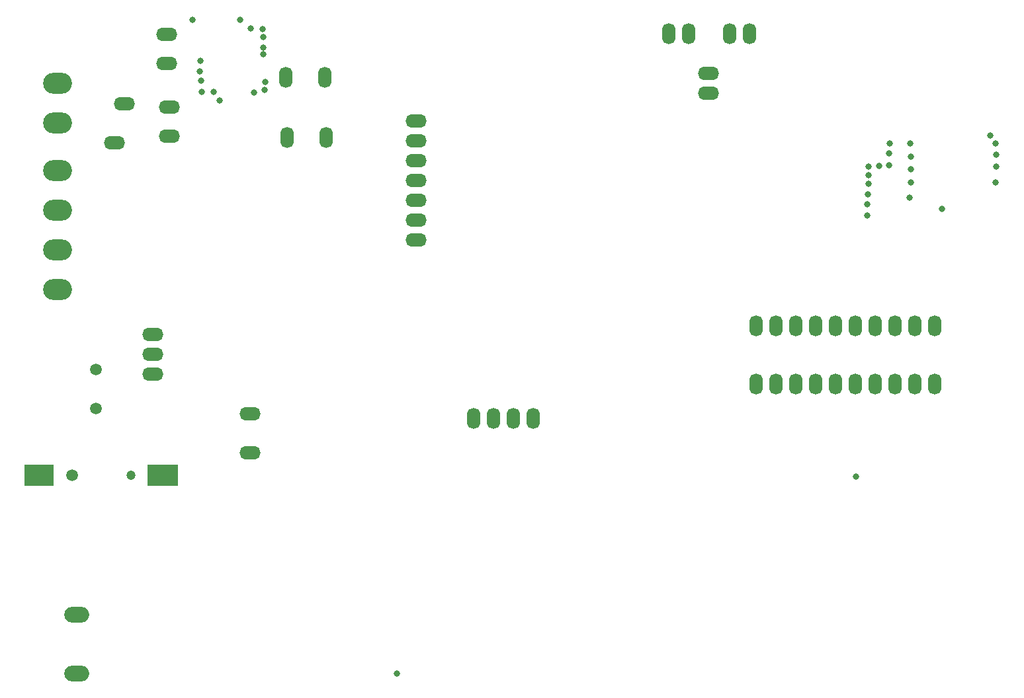
<source format=gbs>
G04*
G04 #@! TF.GenerationSoftware,Altium Limited,Altium Designer,23.0.1 (38)*
G04*
G04 Layer_Color=16711935*
%FSLAX44Y44*%
%MOMM*%
G71*
G04*
G04 #@! TF.SameCoordinates,FF995E5F-5184-4AEF-B54D-418CE73C624A*
G04*
G04*
G04 #@! TF.FilePolarity,Negative*
G04*
G01*
G75*
%ADD94O,2.7032X1.7032*%
%ADD95O,3.7032X2.7032*%
%ADD96O,3.2032X2.0032*%
%ADD97O,2.7032X1.7112*%
%ADD98O,1.7032X2.7032*%
%ADD99C,1.2032*%
%ADD100C,1.5032*%
%ADD101O,1.7112X2.7032*%
%ADD102C,0.8032*%
%ADD124R,3.8632X2.8032*%
%ADD125R,3.7432X2.8032*%
D94*
X200207Y731168D02*
D03*
Y768268D02*
D03*
X890460Y811956D02*
D03*
Y786556D02*
D03*
X515683Y598469D02*
D03*
Y623869D02*
D03*
Y649269D02*
D03*
Y674669D02*
D03*
Y700069D02*
D03*
Y725469D02*
D03*
Y750869D02*
D03*
X142644Y772840D02*
D03*
X130144Y722840D02*
D03*
X179260Y426638D02*
D03*
Y452038D02*
D03*
Y477438D02*
D03*
X196405Y824614D02*
D03*
Y861714D02*
D03*
D95*
X56578Y535350D02*
D03*
Y636950D02*
D03*
Y687750D02*
D03*
Y586150D02*
D03*
Y799512D02*
D03*
Y748712D02*
D03*
D96*
X81329Y43063D02*
D03*
Y118063D02*
D03*
D97*
X303466Y375584D02*
D03*
Y325582D02*
D03*
D98*
X1103728Y413844D02*
D03*
X1129128D02*
D03*
X1154528D02*
D03*
X1078328D02*
D03*
X1052928D02*
D03*
X1027528D02*
D03*
X1002128D02*
D03*
X976728D02*
D03*
X1179928D02*
D03*
X951328D02*
D03*
Y488844D02*
D03*
X1103728D02*
D03*
X1129128D02*
D03*
X1154528D02*
D03*
X1078328D02*
D03*
X1052928D02*
D03*
X1027528D02*
D03*
X1002128D02*
D03*
X976728D02*
D03*
X1179928D02*
D03*
X665924Y369742D02*
D03*
X640524D02*
D03*
X615124D02*
D03*
X589724D02*
D03*
X839619Y863010D02*
D03*
X865019D02*
D03*
X917003Y862883D02*
D03*
X942403D02*
D03*
D99*
X150506Y296717D02*
D03*
D100*
X75506D02*
D03*
X106235Y382861D02*
D03*
Y432861D02*
D03*
D101*
X401001Y730000D02*
D03*
X350999D02*
D03*
X348999Y807000D02*
D03*
X399001D02*
D03*
D102*
X308737Y786892D02*
D03*
X322199Y791083D02*
D03*
X322834Y801116D02*
D03*
X320294Y836041D02*
D03*
X320167Y845058D02*
D03*
X320548Y858012D02*
D03*
X229997Y880618D02*
D03*
X319278Y868553D02*
D03*
X304419Y869061D02*
D03*
X290830Y880237D02*
D03*
X240411Y802386D02*
D03*
X239268Y814070D02*
D03*
X239776Y827532D02*
D03*
X241300Y788289D02*
D03*
X256921Y788162D02*
D03*
X264033Y776986D02*
D03*
X1078738Y295148D02*
D03*
X491490Y42799D02*
D03*
X1257681Y671957D02*
D03*
X1258189Y692150D02*
D03*
X1258570Y707390D02*
D03*
X1257935Y721741D02*
D03*
X1250696Y732282D02*
D03*
X1093343Y629539D02*
D03*
X1093597Y644271D02*
D03*
X1094105Y656717D02*
D03*
X1094740Y670052D02*
D03*
X1094867Y681609D02*
D03*
X1108456Y692912D02*
D03*
X1094867Y692404D02*
D03*
X1121156Y694182D02*
D03*
X1121537Y709041D02*
D03*
X1121791Y722249D02*
D03*
X1188720Y637921D02*
D03*
X1147826Y652526D02*
D03*
X1149350Y672084D02*
D03*
X1149223Y689356D02*
D03*
X1148842Y705358D02*
D03*
X1148715Y721868D02*
D03*
D124*
X191206Y296717D02*
D03*
D125*
X33206D02*
D03*
M02*

</source>
